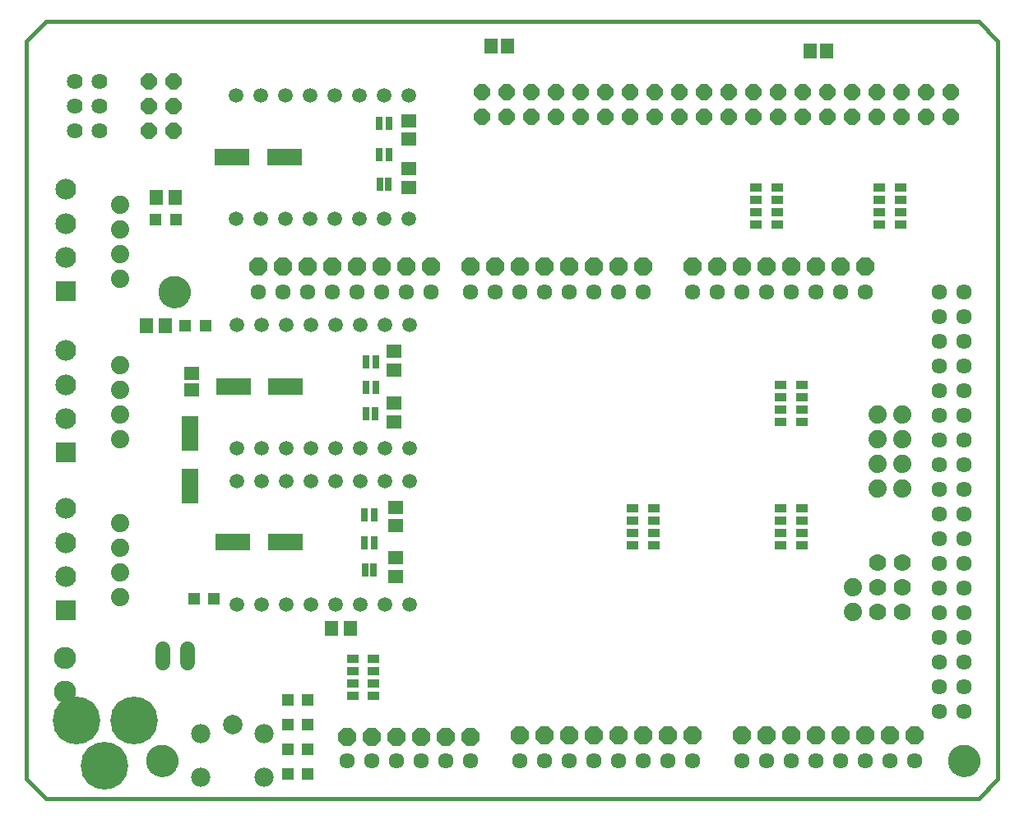
<source format=gts>
G75*
G70*
%OFA0B0*%
%FSLAX24Y24*%
%IPPOS*%
%LPD*%
%AMOC8*
5,1,8,0,0,1.08239X$1,22.5*
%
%ADD10C,0.0160*%
%ADD11C,0.0634*%
%ADD12C,0.0000*%
%ADD13C,0.1300*%
%ADD14R,0.0512X0.0512*%
%ADD15R,0.0670X0.1418*%
%ADD16R,0.0631X0.0552*%
%ADD17C,0.0740*%
%ADD18C,0.0594*%
%ADD19C,0.0640*%
%ADD20R,0.1418X0.0670*%
%ADD21C,0.1930*%
%ADD22C,0.0600*%
%ADD23R,0.0552X0.0631*%
%ADD24R,0.0840X0.0840*%
%ADD25C,0.0840*%
%ADD26C,0.0900*%
%ADD27C,0.0780*%
%ADD28R,0.0473X0.0335*%
%ADD29OC8,0.0740*%
%ADD30C,0.0700*%
%ADD31OC8,0.0640*%
%ADD32R,0.0290X0.0540*%
%ADD33C,0.0790*%
D10*
X003160Y001147D02*
X003947Y000359D01*
X041743Y000359D01*
X042530Y001147D01*
X042530Y031068D01*
X041743Y031855D01*
X003947Y031855D01*
X003160Y031068D01*
X003160Y001147D01*
D11*
X016160Y001891D03*
X017160Y001891D03*
X018160Y001891D03*
X019160Y001891D03*
X020160Y001891D03*
X021160Y001891D03*
X023160Y001891D03*
X024160Y001891D03*
X025160Y001891D03*
X026160Y001891D03*
X027160Y001891D03*
X028160Y001891D03*
X029160Y001891D03*
X030160Y001891D03*
X032160Y001891D03*
X033160Y001891D03*
X034160Y001891D03*
X035160Y001891D03*
X036160Y001891D03*
X037160Y001891D03*
X038160Y001891D03*
X039160Y001891D03*
X040160Y003891D03*
X041160Y003891D03*
X041160Y004891D03*
X040160Y004891D03*
X040160Y005891D03*
X041160Y005891D03*
X041160Y006891D03*
X040160Y006891D03*
X040160Y007891D03*
X041160Y007891D03*
X041160Y008891D03*
X040160Y008891D03*
X040160Y009891D03*
X041160Y009891D03*
X041160Y010891D03*
X040160Y010891D03*
X040160Y011891D03*
X041160Y011891D03*
X041160Y012891D03*
X040160Y012891D03*
X040160Y013891D03*
X041160Y013891D03*
X041160Y014891D03*
X040160Y014891D03*
X040160Y015891D03*
X041160Y015891D03*
X041160Y016891D03*
X040160Y016891D03*
X040160Y017891D03*
X041160Y017891D03*
X041160Y018891D03*
X040160Y018891D03*
X040160Y019891D03*
X041160Y019891D03*
X041160Y020891D03*
X040160Y020891D03*
X037160Y020891D03*
X036160Y020891D03*
X035160Y020891D03*
X034160Y020891D03*
X033160Y020891D03*
X032160Y020891D03*
X031160Y020891D03*
X030160Y020891D03*
X028160Y020891D03*
X027160Y020891D03*
X026160Y020891D03*
X025160Y020891D03*
X024160Y020891D03*
X023160Y020891D03*
X022160Y020891D03*
X021160Y020891D03*
X019560Y020891D03*
X018560Y020891D03*
X017560Y020891D03*
X016560Y020891D03*
X015560Y020891D03*
X014560Y020891D03*
X013560Y020891D03*
X012560Y020891D03*
D12*
X008530Y020891D02*
X008532Y020941D01*
X008538Y020991D01*
X008548Y021040D01*
X008562Y021088D01*
X008579Y021135D01*
X008600Y021180D01*
X008625Y021224D01*
X008653Y021265D01*
X008685Y021304D01*
X008719Y021341D01*
X008756Y021375D01*
X008796Y021405D01*
X008838Y021432D01*
X008882Y021456D01*
X008928Y021477D01*
X008975Y021493D01*
X009023Y021506D01*
X009073Y021515D01*
X009122Y021520D01*
X009173Y021521D01*
X009223Y021518D01*
X009272Y021511D01*
X009321Y021500D01*
X009369Y021485D01*
X009415Y021467D01*
X009460Y021445D01*
X009503Y021419D01*
X009544Y021390D01*
X009583Y021358D01*
X009619Y021323D01*
X009651Y021285D01*
X009681Y021245D01*
X009708Y021202D01*
X009731Y021158D01*
X009750Y021112D01*
X009766Y021064D01*
X009778Y021015D01*
X009786Y020966D01*
X009790Y020916D01*
X009790Y020866D01*
X009786Y020816D01*
X009778Y020767D01*
X009766Y020718D01*
X009750Y020670D01*
X009731Y020624D01*
X009708Y020580D01*
X009681Y020537D01*
X009651Y020497D01*
X009619Y020459D01*
X009583Y020424D01*
X009544Y020392D01*
X009503Y020363D01*
X009460Y020337D01*
X009415Y020315D01*
X009369Y020297D01*
X009321Y020282D01*
X009272Y020271D01*
X009223Y020264D01*
X009173Y020261D01*
X009122Y020262D01*
X009073Y020267D01*
X009023Y020276D01*
X008975Y020289D01*
X008928Y020305D01*
X008882Y020326D01*
X008838Y020350D01*
X008796Y020377D01*
X008756Y020407D01*
X008719Y020441D01*
X008685Y020478D01*
X008653Y020517D01*
X008625Y020558D01*
X008600Y020602D01*
X008579Y020647D01*
X008562Y020694D01*
X008548Y020742D01*
X008538Y020791D01*
X008532Y020841D01*
X008530Y020891D01*
X008030Y001891D02*
X008032Y001941D01*
X008038Y001991D01*
X008048Y002040D01*
X008062Y002088D01*
X008079Y002135D01*
X008100Y002180D01*
X008125Y002224D01*
X008153Y002265D01*
X008185Y002304D01*
X008219Y002341D01*
X008256Y002375D01*
X008296Y002405D01*
X008338Y002432D01*
X008382Y002456D01*
X008428Y002477D01*
X008475Y002493D01*
X008523Y002506D01*
X008573Y002515D01*
X008622Y002520D01*
X008673Y002521D01*
X008723Y002518D01*
X008772Y002511D01*
X008821Y002500D01*
X008869Y002485D01*
X008915Y002467D01*
X008960Y002445D01*
X009003Y002419D01*
X009044Y002390D01*
X009083Y002358D01*
X009119Y002323D01*
X009151Y002285D01*
X009181Y002245D01*
X009208Y002202D01*
X009231Y002158D01*
X009250Y002112D01*
X009266Y002064D01*
X009278Y002015D01*
X009286Y001966D01*
X009290Y001916D01*
X009290Y001866D01*
X009286Y001816D01*
X009278Y001767D01*
X009266Y001718D01*
X009250Y001670D01*
X009231Y001624D01*
X009208Y001580D01*
X009181Y001537D01*
X009151Y001497D01*
X009119Y001459D01*
X009083Y001424D01*
X009044Y001392D01*
X009003Y001363D01*
X008960Y001337D01*
X008915Y001315D01*
X008869Y001297D01*
X008821Y001282D01*
X008772Y001271D01*
X008723Y001264D01*
X008673Y001261D01*
X008622Y001262D01*
X008573Y001267D01*
X008523Y001276D01*
X008475Y001289D01*
X008428Y001305D01*
X008382Y001326D01*
X008338Y001350D01*
X008296Y001377D01*
X008256Y001407D01*
X008219Y001441D01*
X008185Y001478D01*
X008153Y001517D01*
X008125Y001558D01*
X008100Y001602D01*
X008079Y001647D01*
X008062Y001694D01*
X008048Y001742D01*
X008038Y001791D01*
X008032Y001841D01*
X008030Y001891D01*
X040530Y001891D02*
X040532Y001941D01*
X040538Y001991D01*
X040548Y002040D01*
X040562Y002088D01*
X040579Y002135D01*
X040600Y002180D01*
X040625Y002224D01*
X040653Y002265D01*
X040685Y002304D01*
X040719Y002341D01*
X040756Y002375D01*
X040796Y002405D01*
X040838Y002432D01*
X040882Y002456D01*
X040928Y002477D01*
X040975Y002493D01*
X041023Y002506D01*
X041073Y002515D01*
X041122Y002520D01*
X041173Y002521D01*
X041223Y002518D01*
X041272Y002511D01*
X041321Y002500D01*
X041369Y002485D01*
X041415Y002467D01*
X041460Y002445D01*
X041503Y002419D01*
X041544Y002390D01*
X041583Y002358D01*
X041619Y002323D01*
X041651Y002285D01*
X041681Y002245D01*
X041708Y002202D01*
X041731Y002158D01*
X041750Y002112D01*
X041766Y002064D01*
X041778Y002015D01*
X041786Y001966D01*
X041790Y001916D01*
X041790Y001866D01*
X041786Y001816D01*
X041778Y001767D01*
X041766Y001718D01*
X041750Y001670D01*
X041731Y001624D01*
X041708Y001580D01*
X041681Y001537D01*
X041651Y001497D01*
X041619Y001459D01*
X041583Y001424D01*
X041544Y001392D01*
X041503Y001363D01*
X041460Y001337D01*
X041415Y001315D01*
X041369Y001297D01*
X041321Y001282D01*
X041272Y001271D01*
X041223Y001264D01*
X041173Y001261D01*
X041122Y001262D01*
X041073Y001267D01*
X041023Y001276D01*
X040975Y001289D01*
X040928Y001305D01*
X040882Y001326D01*
X040838Y001350D01*
X040796Y001377D01*
X040756Y001407D01*
X040719Y001441D01*
X040685Y001478D01*
X040653Y001517D01*
X040625Y001558D01*
X040600Y001602D01*
X040579Y001647D01*
X040562Y001694D01*
X040548Y001742D01*
X040538Y001791D01*
X040532Y001841D01*
X040530Y001891D01*
D13*
X041160Y001891D03*
X009160Y020891D03*
X008660Y001891D03*
D14*
X013747Y002359D03*
X014573Y002359D03*
X014573Y001359D03*
X013747Y001359D03*
X013747Y003359D03*
X014573Y003359D03*
X014573Y004359D03*
X013747Y004359D03*
X010773Y008459D03*
X009947Y008459D03*
X009597Y019509D03*
X010423Y019509D03*
X009223Y023809D03*
X008397Y023809D03*
D15*
X009801Y015160D03*
X009801Y013034D03*
D16*
X009866Y016919D03*
X009866Y017588D03*
X018060Y017735D03*
X018060Y018483D03*
X018060Y016383D03*
X018060Y015635D03*
X018123Y012160D03*
X018123Y011412D03*
X018118Y010115D03*
X018118Y009367D03*
X018660Y025135D03*
X018660Y025883D03*
X018660Y027085D03*
X018660Y027833D03*
D17*
X006960Y024409D03*
X006960Y023409D03*
X006960Y022409D03*
X006960Y021409D03*
X006960Y017925D03*
X006960Y016925D03*
X006960Y015925D03*
X006960Y014925D03*
X006960Y011528D03*
X006960Y010528D03*
X006960Y009528D03*
X006960Y008528D03*
X036660Y008909D03*
X036660Y007909D03*
X037660Y012909D03*
X038660Y012909D03*
X038660Y013909D03*
X037660Y013909D03*
X037660Y014909D03*
X038660Y014909D03*
X038660Y015909D03*
X037660Y015909D03*
D18*
X018688Y014556D03*
X017688Y014556D03*
X016688Y014556D03*
X015688Y014556D03*
X014688Y014556D03*
X013688Y014556D03*
X012688Y014556D03*
X011688Y014556D03*
X011707Y013237D03*
X012707Y013237D03*
X013707Y013237D03*
X014707Y013237D03*
X015707Y013237D03*
X016707Y013237D03*
X017707Y013237D03*
X018707Y013237D03*
X018707Y008237D03*
X017707Y008237D03*
X016707Y008237D03*
X015707Y008237D03*
X014707Y008237D03*
X013707Y008237D03*
X012707Y008237D03*
X011707Y008237D03*
X011688Y019556D03*
X012688Y019556D03*
X013688Y019556D03*
X014688Y019556D03*
X015688Y019556D03*
X016688Y019556D03*
X017688Y019556D03*
X018688Y019556D03*
X018660Y023859D03*
X017660Y023859D03*
X016660Y023859D03*
X015660Y023859D03*
X014660Y023859D03*
X013660Y023859D03*
X012660Y023859D03*
X011660Y023859D03*
X011660Y028859D03*
X012660Y028859D03*
X013660Y028859D03*
X014660Y028859D03*
X015660Y028859D03*
X016660Y028859D03*
X017660Y028859D03*
X018660Y028859D03*
D19*
X006126Y028406D03*
X005126Y028406D03*
X005126Y029406D03*
X006126Y029406D03*
X006126Y027406D03*
X005126Y027406D03*
D20*
X011497Y026359D03*
X013623Y026359D03*
X013673Y017056D03*
X011547Y017056D03*
X011519Y010740D03*
X013645Y010740D03*
D21*
X007514Y003536D03*
X006333Y001686D03*
X005191Y003536D03*
D22*
X008681Y005869D02*
X008681Y006429D01*
X009681Y006429D02*
X009681Y005869D01*
D23*
X015536Y007259D03*
X016284Y007259D03*
X008784Y019509D03*
X008036Y019509D03*
X008436Y024709D03*
X009184Y024709D03*
X021975Y030859D03*
X022645Y030859D03*
X034925Y030659D03*
X035595Y030659D03*
D24*
X004760Y020909D03*
X004760Y014375D03*
X004760Y007981D03*
D25*
X004760Y009359D03*
X004760Y010737D03*
X004760Y012115D03*
X004760Y015753D03*
X004760Y017131D03*
X004760Y018509D03*
X004760Y022287D03*
X004760Y023665D03*
X004760Y025043D03*
D26*
X004729Y006067D03*
X004729Y004690D03*
D27*
X010230Y002999D03*
X012790Y002999D03*
X012790Y001219D03*
X010230Y001219D03*
D28*
X016389Y004509D03*
X016389Y005009D03*
X016389Y005509D03*
X016389Y006009D03*
X017231Y006009D03*
X017231Y005509D03*
X017231Y005009D03*
X017231Y004509D03*
X027739Y010609D03*
X027739Y011109D03*
X027739Y011609D03*
X027739Y012109D03*
X028581Y012109D03*
X028581Y011609D03*
X028581Y011109D03*
X028581Y010609D03*
X033739Y010609D03*
X033739Y011109D03*
X033739Y011609D03*
X033739Y012109D03*
X034581Y012109D03*
X034581Y011609D03*
X034581Y011109D03*
X034581Y010609D03*
X034581Y015609D03*
X034581Y016109D03*
X034581Y016609D03*
X034581Y017109D03*
X033739Y017109D03*
X033739Y016609D03*
X033739Y016109D03*
X033739Y015609D03*
X033581Y023609D03*
X033581Y024109D03*
X033581Y024609D03*
X033581Y025109D03*
X032739Y025109D03*
X032739Y024609D03*
X032739Y024109D03*
X032739Y023609D03*
X037739Y023609D03*
X037739Y024109D03*
X037739Y024609D03*
X037739Y025109D03*
X038581Y025109D03*
X038581Y024609D03*
X038581Y024109D03*
X038581Y023609D03*
D29*
X037160Y021909D03*
X036160Y021909D03*
X035160Y021909D03*
X034160Y021909D03*
X033160Y021909D03*
X032160Y021909D03*
X031160Y021909D03*
X030160Y021909D03*
X028160Y021909D03*
X027160Y021909D03*
X026160Y021909D03*
X025160Y021909D03*
X024160Y021909D03*
X023160Y021909D03*
X022160Y021909D03*
X021160Y021909D03*
X019560Y021909D03*
X018560Y021909D03*
X017560Y021909D03*
X016560Y021909D03*
X015560Y021909D03*
X014560Y021909D03*
X013560Y021909D03*
X012560Y021909D03*
X016160Y002859D03*
X017160Y002859D03*
X018160Y002859D03*
X019160Y002859D03*
X020160Y002859D03*
X021160Y002859D03*
X023160Y002909D03*
X024160Y002909D03*
X025160Y002909D03*
X026160Y002909D03*
X027160Y002909D03*
X028160Y002909D03*
X029160Y002909D03*
X030160Y002909D03*
X032160Y002909D03*
X033160Y002909D03*
X034160Y002909D03*
X035160Y002909D03*
X036160Y002909D03*
X037160Y002909D03*
X038160Y002909D03*
X039160Y002909D03*
D30*
X038660Y007909D03*
X037660Y007909D03*
X037660Y008909D03*
X038660Y008909D03*
X038660Y009909D03*
X037660Y009909D03*
D31*
X037617Y027973D03*
X036617Y027973D03*
X035617Y027973D03*
X034617Y027973D03*
X033617Y027973D03*
X032617Y027973D03*
X031617Y027973D03*
X030617Y027973D03*
X029617Y027973D03*
X028617Y027973D03*
X027617Y027973D03*
X026617Y027973D03*
X025617Y027973D03*
X024617Y027973D03*
X023617Y027973D03*
X022617Y027973D03*
X021617Y027973D03*
X021617Y028973D03*
X022617Y028973D03*
X023617Y028973D03*
X024617Y028973D03*
X025617Y028973D03*
X026617Y028973D03*
X027617Y028973D03*
X028617Y028973D03*
X029617Y028973D03*
X030617Y028973D03*
X031617Y028973D03*
X032617Y028973D03*
X033617Y028973D03*
X034617Y028973D03*
X035617Y028973D03*
X036617Y028973D03*
X037617Y028973D03*
X038617Y028973D03*
X039617Y028973D03*
X040617Y028973D03*
X040617Y027973D03*
X039617Y027973D03*
X038617Y027973D03*
X009110Y028409D03*
X008110Y028409D03*
X008110Y027409D03*
X009110Y027409D03*
X009110Y029409D03*
X008110Y029409D03*
D32*
X017460Y027709D03*
X017860Y027709D03*
X017860Y026459D03*
X017460Y026459D03*
X017483Y025259D03*
X017837Y025259D03*
X017310Y018059D03*
X016910Y018059D03*
X016910Y017009D03*
X017310Y017009D03*
X017287Y015959D03*
X016933Y015959D03*
X016860Y011859D03*
X017260Y011859D03*
X017260Y010709D03*
X016860Y010709D03*
X016883Y009609D03*
X017237Y009609D03*
D33*
X011510Y003359D03*
M02*

</source>
